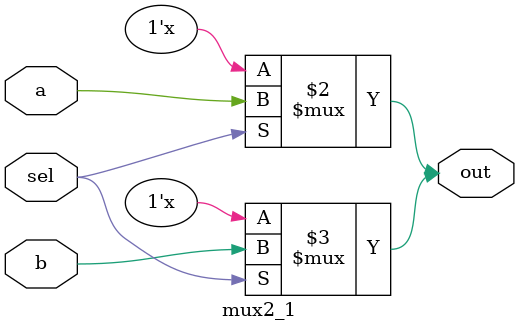
<source format=v>
module mux2_1(
    input a,b,sel,    // Select signal
    output  out    // Output
);
bufif0 (out, a, ~sel); // If sel is 0, pass a to out
bufif1 (out, b, sel);  // If sel is 1, pass b to out
endmodule
    
</source>
